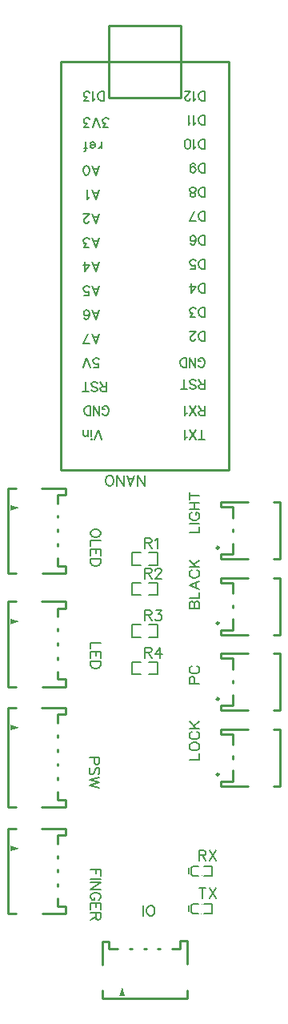
<source format=gto>
G04 Layer: TopSilkLayer*
G04 EasyEDA v6.4.25, 2021-11-07T18:49:49+08:00*
G04 d23bd0d7be1842068ba5471e3ed9ef93,bf42d0b733a240ea811a95ecb7acc88b,10*
G04 Gerber Generator version 0.2*
G04 Scale: 100 percent, Rotated: No, Reflected: No *
G04 Dimensions in millimeters *
G04 leading zeros omitted , absolute positions ,4 integer and 5 decimal *
%FSLAX45Y45*%
%MOMM*%

%ADD10C,0.2540*%
%ADD23C,0.1524*%
%ADD24C,0.0762*%
%ADD25C,0.2032*%

%LPD*%
D23*
X1733329Y1613913D02*
G01*
X1624109Y1613913D01*
X1733329Y1613913D02*
G01*
X1733329Y1546349D01*
X1681259Y1613913D02*
G01*
X1681259Y1572257D01*
X1733329Y1512059D02*
G01*
X1624109Y1512059D01*
X1733329Y1477769D02*
G01*
X1624109Y1477769D01*
X1733329Y1477769D02*
G01*
X1624109Y1405125D01*
X1733329Y1405125D02*
G01*
X1624109Y1405125D01*
X1707421Y1292857D02*
G01*
X1717835Y1297937D01*
X1728249Y1308351D01*
X1733329Y1318765D01*
X1733329Y1339593D01*
X1728249Y1350007D01*
X1717835Y1360421D01*
X1707421Y1365501D01*
X1691673Y1370835D01*
X1665765Y1370835D01*
X1650271Y1365501D01*
X1639857Y1360421D01*
X1629443Y1350007D01*
X1624109Y1339593D01*
X1624109Y1318765D01*
X1629443Y1308351D01*
X1639857Y1297937D01*
X1650271Y1292857D01*
X1665765Y1292857D01*
X1665765Y1318765D02*
G01*
X1665765Y1292857D01*
X1733329Y1258567D02*
G01*
X1624109Y1258567D01*
X1733329Y1258567D02*
G01*
X1733329Y1191003D01*
X1681259Y1258567D02*
G01*
X1681259Y1216911D01*
X1624109Y1258567D02*
G01*
X1624109Y1191003D01*
X1733329Y1156713D02*
G01*
X1624109Y1156713D01*
X1733329Y1156713D02*
G01*
X1733329Y1109977D01*
X1728249Y1094229D01*
X1722915Y1089149D01*
X1712501Y1084069D01*
X1702087Y1084069D01*
X1691673Y1089149D01*
X1686593Y1094229D01*
X1681259Y1109977D01*
X1681259Y1156713D01*
X1681259Y1120391D02*
G01*
X1624109Y1084069D01*
X1733374Y4013913D02*
G01*
X1624154Y4013913D01*
X1624154Y4013913D02*
G01*
X1624154Y3951429D01*
X1733374Y3917139D02*
G01*
X1624154Y3917139D01*
X1733374Y3917139D02*
G01*
X1733374Y3849829D01*
X1681304Y3917139D02*
G01*
X1681304Y3875737D01*
X1624154Y3917139D02*
G01*
X1624154Y3849829D01*
X1733374Y3815539D02*
G01*
X1624154Y3815539D01*
X1733374Y3815539D02*
G01*
X1733374Y3778963D01*
X1728040Y3763469D01*
X1717626Y3753055D01*
X1707466Y3747975D01*
X1691718Y3742641D01*
X1665810Y3742641D01*
X1650316Y3747975D01*
X1639902Y3753055D01*
X1629488Y3763469D01*
X1624154Y3778963D01*
X1624154Y3815539D01*
X1733270Y5182671D02*
G01*
X1728190Y5193085D01*
X1717776Y5203499D01*
X1707362Y5208579D01*
X1691868Y5213913D01*
X1665706Y5213913D01*
X1650212Y5208579D01*
X1639798Y5203499D01*
X1629384Y5193085D01*
X1624304Y5182671D01*
X1624304Y5161843D01*
X1629384Y5151429D01*
X1639798Y5141269D01*
X1650212Y5135935D01*
X1665706Y5130855D01*
X1691868Y5130855D01*
X1707362Y5135935D01*
X1717776Y5141269D01*
X1728190Y5151429D01*
X1733270Y5161843D01*
X1733270Y5182671D01*
X1733270Y5096565D02*
G01*
X1624304Y5096565D01*
X1624304Y5096565D02*
G01*
X1624304Y5034081D01*
X1733270Y4999791D02*
G01*
X1624304Y4999791D01*
X1733270Y4999791D02*
G01*
X1733270Y4932227D01*
X1681454Y4999791D02*
G01*
X1681454Y4958389D01*
X1624304Y4999791D02*
G01*
X1624304Y4932227D01*
X1733270Y4897937D02*
G01*
X1624304Y4897937D01*
X1733270Y4897937D02*
G01*
X1733270Y4861615D01*
X1728190Y4846121D01*
X1717776Y4835707D01*
X1707362Y4830373D01*
X1691868Y4825293D01*
X1665706Y4825293D01*
X1650212Y4830373D01*
X1639798Y4835707D01*
X1629384Y4846121D01*
X1624304Y4861615D01*
X1624304Y4897937D01*
X2186177Y1233423D02*
G01*
X2186177Y1124204D01*
X2251456Y1233423D02*
G01*
X2241295Y1228089D01*
X2230881Y1217676D01*
X2225547Y1207262D01*
X2220468Y1191768D01*
X2220468Y1165860D01*
X2225547Y1150112D01*
X2230881Y1139697D01*
X2241295Y1129537D01*
X2251456Y1124204D01*
X2272284Y1124204D01*
X2282697Y1129537D01*
X2293111Y1139697D01*
X2298445Y1150112D01*
X2303525Y1165860D01*
X2303525Y1191768D01*
X2298445Y1207262D01*
X2293111Y1217676D01*
X2282697Y1228089D01*
X2272284Y1233423D01*
X2251456Y1233423D01*
X1720522Y2801216D02*
G01*
X1611556Y2801216D01*
X1720522Y2801216D02*
G01*
X1720522Y2754480D01*
X1715442Y2738732D01*
X1710362Y2733652D01*
X1699948Y2728572D01*
X1684200Y2728572D01*
X1673786Y2733652D01*
X1668706Y2738732D01*
X1663372Y2754480D01*
X1663372Y2801216D01*
X1705028Y2621384D02*
G01*
X1715442Y2631798D01*
X1720522Y2647292D01*
X1720522Y2668120D01*
X1715442Y2683868D01*
X1705028Y2694282D01*
X1694614Y2694282D01*
X1684200Y2688948D01*
X1679120Y2683868D01*
X1673786Y2673454D01*
X1663372Y2642212D01*
X1658292Y2631798D01*
X1653212Y2626718D01*
X1642798Y2621384D01*
X1627050Y2621384D01*
X1616636Y2631798D01*
X1611556Y2647292D01*
X1611556Y2668120D01*
X1616636Y2683868D01*
X1627050Y2694282D01*
X1720522Y2587094D02*
G01*
X1611556Y2561186D01*
X1720522Y2535278D02*
G01*
X1611556Y2561186D01*
X1720522Y2535278D02*
G01*
X1611556Y2509116D01*
X1720522Y2483208D02*
G01*
X1611556Y2509116D01*
X2669905Y2779720D02*
G01*
X2778871Y2779720D01*
X2778871Y2779720D02*
G01*
X2778871Y2842204D01*
X2669905Y2907736D02*
G01*
X2674985Y2897322D01*
X2685399Y2886908D01*
X2695813Y2881574D01*
X2711307Y2876494D01*
X2737469Y2876494D01*
X2752963Y2881574D01*
X2763377Y2886908D01*
X2773791Y2897322D01*
X2778871Y2907736D01*
X2778871Y2928310D01*
X2773791Y2938724D01*
X2763377Y2949138D01*
X2752963Y2954472D01*
X2737469Y2959552D01*
X2711307Y2959552D01*
X2695813Y2954472D01*
X2685399Y2949138D01*
X2674985Y2938724D01*
X2669905Y2928310D01*
X2669905Y2907736D01*
X2695813Y3071820D02*
G01*
X2685399Y3066486D01*
X2674985Y3056326D01*
X2669905Y3045912D01*
X2669905Y3025084D01*
X2674985Y3014670D01*
X2685399Y3004256D01*
X2695813Y2999176D01*
X2711307Y2993842D01*
X2737469Y2993842D01*
X2752963Y2999176D01*
X2763377Y3004256D01*
X2773791Y3014670D01*
X2778871Y3025084D01*
X2778871Y3045912D01*
X2773791Y3056326D01*
X2763377Y3066486D01*
X2752963Y3071820D01*
X2669905Y3106110D02*
G01*
X2778871Y3106110D01*
X2669905Y3178754D02*
G01*
X2742549Y3106110D01*
X2716641Y3132018D02*
G01*
X2778871Y3178754D01*
X2669860Y5179720D02*
G01*
X2779080Y5179720D01*
X2779080Y5179720D02*
G01*
X2779080Y5242204D01*
X2669860Y5276494D02*
G01*
X2779080Y5276494D01*
X2695768Y5388762D02*
G01*
X2685354Y5383428D01*
X2674940Y5373014D01*
X2669860Y5362600D01*
X2669860Y5342026D01*
X2674940Y5331612D01*
X2685354Y5321198D01*
X2695768Y5315864D01*
X2711516Y5310784D01*
X2737424Y5310784D01*
X2752918Y5315864D01*
X2763332Y5321198D01*
X2773746Y5331612D01*
X2779080Y5342026D01*
X2779080Y5362600D01*
X2773746Y5373014D01*
X2763332Y5383428D01*
X2752918Y5388762D01*
X2737424Y5388762D01*
X2737424Y5362600D02*
G01*
X2737424Y5388762D01*
X2669860Y5423052D02*
G01*
X2779080Y5423052D01*
X2669860Y5495696D02*
G01*
X2779080Y5495696D01*
X2721930Y5423052D02*
G01*
X2721930Y5495696D01*
X2669860Y5566308D02*
G01*
X2779080Y5566308D01*
X2669860Y5529986D02*
G01*
X2669860Y5602630D01*
X2669959Y4379719D02*
G01*
X2778925Y4379719D01*
X2669959Y4379719D02*
G01*
X2669959Y4426455D01*
X2675039Y4442203D01*
X2680119Y4447283D01*
X2690533Y4452617D01*
X2700947Y4452617D01*
X2711361Y4447283D01*
X2716695Y4442203D01*
X2721775Y4426455D01*
X2721775Y4379719D02*
G01*
X2721775Y4426455D01*
X2727109Y4442203D01*
X2732189Y4447283D01*
X2742603Y4452617D01*
X2758097Y4452617D01*
X2768511Y4447283D01*
X2773845Y4442203D01*
X2778925Y4426455D01*
X2778925Y4379719D01*
X2669959Y4486907D02*
G01*
X2778925Y4486907D01*
X2778925Y4486907D02*
G01*
X2778925Y4549137D01*
X2669959Y4625083D02*
G01*
X2778925Y4583427D01*
X2669959Y4625083D02*
G01*
X2778925Y4666485D01*
X2742603Y4599175D02*
G01*
X2742603Y4650991D01*
X2695867Y4778753D02*
G01*
X2685453Y4773673D01*
X2675039Y4763259D01*
X2669959Y4752845D01*
X2669959Y4732017D01*
X2675039Y4721603D01*
X2685453Y4711189D01*
X2695867Y4706109D01*
X2711361Y4700775D01*
X2737269Y4700775D01*
X2753017Y4706109D01*
X2763431Y4711189D01*
X2773845Y4721603D01*
X2778925Y4732017D01*
X2778925Y4752845D01*
X2773845Y4763259D01*
X2763431Y4773673D01*
X2753017Y4778753D01*
X2669959Y4813043D02*
G01*
X2778925Y4813043D01*
X2669959Y4885941D02*
G01*
X2742603Y4813043D01*
X2716695Y4839205D02*
G01*
X2778925Y4885941D01*
X2669806Y3579721D02*
G01*
X2779026Y3579721D01*
X2669806Y3579721D02*
G01*
X2669806Y3626457D01*
X2675140Y3642205D01*
X2680220Y3647285D01*
X2690634Y3652619D01*
X2706128Y3652619D01*
X2716542Y3647285D01*
X2721876Y3642205D01*
X2726956Y3626457D01*
X2726956Y3579721D01*
X2695714Y3764887D02*
G01*
X2685554Y3759553D01*
X2675140Y3749139D01*
X2669806Y3738725D01*
X2669806Y3717897D01*
X2675140Y3707737D01*
X2685554Y3697323D01*
X2695714Y3691989D01*
X2711462Y3686909D01*
X2737370Y3686909D01*
X2752864Y3691989D01*
X2763278Y3697323D01*
X2773692Y3707737D01*
X2779026Y3717897D01*
X2779026Y3738725D01*
X2773692Y3749139D01*
X2763278Y3759553D01*
X2752864Y3764887D01*
X2774695Y1816862D02*
G01*
X2774695Y1707895D01*
X2774695Y1816862D02*
G01*
X2821431Y1816862D01*
X2836925Y1811781D01*
X2842259Y1806447D01*
X2847340Y1796034D01*
X2847340Y1785873D01*
X2842259Y1775460D01*
X2836925Y1770126D01*
X2821431Y1765045D01*
X2774695Y1765045D01*
X2811018Y1765045D02*
G01*
X2847340Y1707895D01*
X2881629Y1816862D02*
G01*
X2954274Y1707895D01*
X2954274Y1816862D02*
G01*
X2881629Y1707895D01*
X2811018Y1417065D02*
G01*
X2811018Y1307845D01*
X2774695Y1417065D02*
G01*
X2847340Y1417065D01*
X2881629Y1417065D02*
G01*
X2954274Y1307845D01*
X2954274Y1417065D02*
G01*
X2881629Y1307845D01*
X2200000Y5119115D02*
G01*
X2200000Y5010150D01*
X2200000Y5119115D02*
G01*
X2246736Y5119115D01*
X2262230Y5114036D01*
X2267564Y5108702D01*
X2272644Y5098287D01*
X2272644Y5087873D01*
X2267564Y5077460D01*
X2262230Y5072379D01*
X2246736Y5067300D01*
X2200000Y5067300D01*
X2236322Y5067300D02*
G01*
X2272644Y5010150D01*
X2306934Y5098287D02*
G01*
X2317348Y5103621D01*
X2333096Y5119115D01*
X2333096Y5010150D01*
X2200000Y4801615D02*
G01*
X2200000Y4692650D01*
X2200000Y4801615D02*
G01*
X2246736Y4801615D01*
X2262230Y4796536D01*
X2267564Y4791202D01*
X2272644Y4780787D01*
X2272644Y4770373D01*
X2267564Y4759960D01*
X2262230Y4754879D01*
X2246736Y4749800D01*
X2200000Y4749800D01*
X2236322Y4749800D02*
G01*
X2272644Y4692650D01*
X2312268Y4775707D02*
G01*
X2312268Y4780787D01*
X2317348Y4791202D01*
X2322682Y4796536D01*
X2333096Y4801615D01*
X2353670Y4801615D01*
X2364084Y4796536D01*
X2369418Y4791202D01*
X2374498Y4780787D01*
X2374498Y4770373D01*
X2369418Y4759960D01*
X2359004Y4744465D01*
X2306934Y4692650D01*
X2379832Y4692650D01*
X2200000Y4357115D02*
G01*
X2200000Y4248150D01*
X2200000Y4357115D02*
G01*
X2246736Y4357115D01*
X2262230Y4352036D01*
X2267564Y4346702D01*
X2272644Y4336287D01*
X2272644Y4325873D01*
X2267564Y4315460D01*
X2262230Y4310379D01*
X2246736Y4305300D01*
X2200000Y4305300D01*
X2236322Y4305300D02*
G01*
X2272644Y4248150D01*
X2317348Y4357115D02*
G01*
X2374498Y4357115D01*
X2343510Y4315460D01*
X2359004Y4315460D01*
X2369418Y4310379D01*
X2374498Y4305300D01*
X2379832Y4289552D01*
X2379832Y4279137D01*
X2374498Y4263644D01*
X2364084Y4253229D01*
X2348590Y4248150D01*
X2333096Y4248150D01*
X2317348Y4253229D01*
X2312268Y4258310D01*
X2306934Y4268723D01*
X2200000Y3963415D02*
G01*
X2200000Y3854450D01*
X2200000Y3963415D02*
G01*
X2246736Y3963415D01*
X2262230Y3958336D01*
X2267564Y3953002D01*
X2272644Y3942587D01*
X2272644Y3932173D01*
X2267564Y3921760D01*
X2262230Y3916679D01*
X2246736Y3911600D01*
X2200000Y3911600D01*
X2236322Y3911600D02*
G01*
X2272644Y3854450D01*
X2359004Y3963415D02*
G01*
X2306934Y3890771D01*
X2384912Y3890771D01*
X2359004Y3963415D02*
G01*
X2359004Y3854450D01*
X2200107Y5674898D02*
G01*
X2200107Y5783864D01*
X2200107Y5674898D02*
G01*
X2127209Y5783864D01*
X2127209Y5674898D02*
G01*
X2127209Y5783864D01*
X2051517Y5674898D02*
G01*
X2092919Y5783864D01*
X2051517Y5674898D02*
G01*
X2009861Y5783864D01*
X2077425Y5747542D02*
G01*
X2025355Y5747542D01*
X1975571Y5674898D02*
G01*
X1975571Y5783864D01*
X1975571Y5674898D02*
G01*
X1902927Y5783864D01*
X1902927Y5674898D02*
G01*
X1902927Y5783864D01*
X1837395Y5674898D02*
G01*
X1847809Y5679978D01*
X1858223Y5690392D01*
X1863303Y5700806D01*
X1868637Y5716300D01*
X1868637Y5742462D01*
X1863303Y5757956D01*
X1858223Y5768370D01*
X1847809Y5778784D01*
X1837395Y5783864D01*
X1816567Y5783864D01*
X1806153Y5778784D01*
X1795739Y5768370D01*
X1790659Y5757956D01*
X1785325Y5742462D01*
X1785325Y5716300D01*
X1790659Y5700806D01*
X1795739Y5690392D01*
X1806153Y5679978D01*
X1816567Y5674898D01*
X1837395Y5674898D01*
D25*
X2802742Y6166627D02*
G01*
X2802742Y6263655D01*
X2835000Y6166627D02*
G01*
X2770230Y6166627D01*
X2739750Y6166627D02*
G01*
X2675234Y6263655D01*
X2675234Y6166627D02*
G01*
X2739750Y6263655D01*
X2644754Y6185169D02*
G01*
X2635610Y6180343D01*
X2621640Y6166627D01*
X2621640Y6263655D01*
X1749658Y6443741D02*
G01*
X1754230Y6434343D01*
X1763628Y6425199D01*
X1772772Y6420627D01*
X1791314Y6420627D01*
X1800458Y6425199D01*
X1809856Y6434343D01*
X1814428Y6443741D01*
X1819000Y6457457D01*
X1819000Y6480571D01*
X1814428Y6494541D01*
X1809856Y6503685D01*
X1800458Y6512829D01*
X1791314Y6517655D01*
X1772772Y6517655D01*
X1763628Y6512829D01*
X1754230Y6503685D01*
X1749658Y6494541D01*
X1749658Y6480571D01*
X1772772Y6480571D02*
G01*
X1749658Y6480571D01*
X1719178Y6420627D02*
G01*
X1719178Y6517655D01*
X1719178Y6420627D02*
G01*
X1654662Y6517655D01*
X1654662Y6420627D02*
G01*
X1654662Y6517655D01*
X1624182Y6420627D02*
G01*
X1624182Y6517655D01*
X1624182Y6420627D02*
G01*
X1591670Y6420627D01*
X1577954Y6425199D01*
X1568810Y6434343D01*
X1563984Y6443741D01*
X1559412Y6457457D01*
X1559412Y6480571D01*
X1563984Y6494541D01*
X1568810Y6503685D01*
X1577954Y6512829D01*
X1591670Y6517655D01*
X1624182Y6517655D01*
X1662028Y6928627D02*
G01*
X1708256Y6928627D01*
X1712828Y6970029D01*
X1708256Y6965457D01*
X1694286Y6960885D01*
X1680570Y6960885D01*
X1666600Y6965457D01*
X1657456Y6974855D01*
X1652630Y6988571D01*
X1652630Y6997969D01*
X1657456Y7011685D01*
X1666600Y7020829D01*
X1680570Y7025655D01*
X1694286Y7025655D01*
X1708256Y7020829D01*
X1712828Y7016257D01*
X1717400Y7007113D01*
X1622150Y6928627D02*
G01*
X1585320Y7025655D01*
X1548490Y6928627D02*
G01*
X1585320Y7025655D01*
X2835000Y9748027D02*
G01*
X2835000Y9845055D01*
X2835000Y9748027D02*
G01*
X2802742Y9748027D01*
X2788772Y9752599D01*
X2779628Y9761743D01*
X2775056Y9771141D01*
X2770230Y9784857D01*
X2770230Y9807971D01*
X2775056Y9821941D01*
X2779628Y9831085D01*
X2788772Y9840229D01*
X2802742Y9845055D01*
X2835000Y9845055D01*
X2739750Y9766569D02*
G01*
X2730606Y9761743D01*
X2716890Y9748027D01*
X2716890Y9845055D01*
X2681584Y9771141D02*
G01*
X2681584Y9766569D01*
X2677012Y9757171D01*
X2672440Y9752599D01*
X2663296Y9748027D01*
X2644754Y9748027D01*
X2635610Y9752599D01*
X2630784Y9757171D01*
X2626212Y9766569D01*
X2626212Y9775713D01*
X2630784Y9784857D01*
X2640182Y9798827D01*
X2686410Y9845055D01*
X2621640Y9845055D01*
X1742800Y6166627D02*
G01*
X1705970Y6263655D01*
X1668886Y6166627D02*
G01*
X1705970Y6263655D01*
X1638406Y6166627D02*
G01*
X1633834Y6171199D01*
X1629262Y6166627D01*
X1633834Y6162055D01*
X1638406Y6166627D01*
X1633834Y6198885D02*
G01*
X1633834Y6263655D01*
X1598782Y6198885D02*
G01*
X1598782Y6263655D01*
X1598782Y6217427D02*
G01*
X1584812Y6203457D01*
X1575668Y6198885D01*
X1561698Y6198885D01*
X1552554Y6203457D01*
X1547982Y6217427D01*
X1547982Y6263655D01*
X1768200Y9748027D02*
G01*
X1768200Y9845055D01*
X1768200Y9748027D02*
G01*
X1735942Y9748027D01*
X1721972Y9752599D01*
X1712828Y9761743D01*
X1708256Y9771141D01*
X1703430Y9784857D01*
X1703430Y9807971D01*
X1708256Y9821941D01*
X1712828Y9831085D01*
X1721972Y9840229D01*
X1735942Y9845055D01*
X1768200Y9845055D01*
X1672950Y9766569D02*
G01*
X1663806Y9761743D01*
X1650090Y9748027D01*
X1650090Y9845055D01*
X1610212Y9748027D02*
G01*
X1559412Y9748027D01*
X1587098Y9784857D01*
X1573382Y9784857D01*
X1563984Y9789429D01*
X1559412Y9794255D01*
X1554840Y9807971D01*
X1554840Y9817369D01*
X1559412Y9831085D01*
X1568810Y9840229D01*
X1582526Y9845055D01*
X1596496Y9845055D01*
X1610212Y9840229D01*
X1614784Y9835657D01*
X1619610Y9826513D01*
X2765658Y6951741D02*
G01*
X2770230Y6942343D01*
X2779628Y6933199D01*
X2788772Y6928627D01*
X2807314Y6928627D01*
X2816458Y6933199D01*
X2825856Y6942343D01*
X2830428Y6951741D01*
X2835000Y6965457D01*
X2835000Y6988571D01*
X2830428Y7002541D01*
X2825856Y7011685D01*
X2816458Y7020829D01*
X2807314Y7025655D01*
X2788772Y7025655D01*
X2779628Y7020829D01*
X2770230Y7011685D01*
X2765658Y7002541D01*
X2765658Y6988571D01*
X2788772Y6988571D02*
G01*
X2765658Y6988571D01*
X2735178Y6928627D02*
G01*
X2735178Y7025655D01*
X2735178Y6928627D02*
G01*
X2670662Y7025655D01*
X2670662Y6928627D02*
G01*
X2670662Y7025655D01*
X2640182Y6928627D02*
G01*
X2640182Y7025655D01*
X2640182Y6928627D02*
G01*
X2607670Y6928627D01*
X2593954Y6933199D01*
X2584810Y6942343D01*
X2579984Y6951741D01*
X2575412Y6965457D01*
X2575412Y6988571D01*
X2579984Y7002541D01*
X2584810Y7011685D01*
X2593954Y7020829D01*
X2607670Y7025655D01*
X2640182Y7025655D01*
X2835000Y6420627D02*
G01*
X2835000Y6517655D01*
X2835000Y6420627D02*
G01*
X2793344Y6420627D01*
X2779628Y6425199D01*
X2775056Y6429771D01*
X2770230Y6439169D01*
X2770230Y6448313D01*
X2775056Y6457457D01*
X2779628Y6462029D01*
X2793344Y6466855D01*
X2835000Y6466855D01*
X2802742Y6466855D02*
G01*
X2770230Y6517655D01*
X2739750Y6420627D02*
G01*
X2675234Y6517655D01*
X2675234Y6420627D02*
G01*
X2739750Y6517655D01*
X2644754Y6439169D02*
G01*
X2635610Y6434343D01*
X2621640Y6420627D01*
X2621640Y6517655D01*
X2835000Y6700027D02*
G01*
X2835000Y6797055D01*
X2835000Y6700027D02*
G01*
X2793344Y6700027D01*
X2779628Y6704599D01*
X2775056Y6709171D01*
X2770230Y6718569D01*
X2770230Y6727713D01*
X2775056Y6736857D01*
X2779628Y6741429D01*
X2793344Y6746255D01*
X2835000Y6746255D01*
X2802742Y6746255D02*
G01*
X2770230Y6797055D01*
X2675234Y6713743D02*
G01*
X2684378Y6704599D01*
X2698348Y6700027D01*
X2716890Y6700027D01*
X2730606Y6704599D01*
X2739750Y6713743D01*
X2739750Y6723141D01*
X2735178Y6732285D01*
X2730606Y6736857D01*
X2721462Y6741429D01*
X2693776Y6750827D01*
X2684378Y6755399D01*
X2679806Y6759971D01*
X2675234Y6769369D01*
X2675234Y6783085D01*
X2684378Y6792229D01*
X2698348Y6797055D01*
X2716890Y6797055D01*
X2730606Y6792229D01*
X2739750Y6783085D01*
X2612496Y6700027D02*
G01*
X2612496Y6797055D01*
X2644754Y6700027D02*
G01*
X2579984Y6700027D01*
X2835000Y7208027D02*
G01*
X2835000Y7305055D01*
X2835000Y7208027D02*
G01*
X2802742Y7208027D01*
X2788772Y7212599D01*
X2779628Y7221743D01*
X2775056Y7231141D01*
X2770230Y7244857D01*
X2770230Y7267971D01*
X2775056Y7281941D01*
X2779628Y7291085D01*
X2788772Y7300229D01*
X2802742Y7305055D01*
X2835000Y7305055D01*
X2735178Y7231141D02*
G01*
X2735178Y7226569D01*
X2730606Y7217171D01*
X2726034Y7212599D01*
X2716890Y7208027D01*
X2698348Y7208027D01*
X2688950Y7212599D01*
X2684378Y7217171D01*
X2679806Y7226569D01*
X2679806Y7235713D01*
X2684378Y7244857D01*
X2693776Y7258827D01*
X2739750Y7305055D01*
X2675234Y7305055D01*
X2835000Y7462027D02*
G01*
X2835000Y7559055D01*
X2835000Y7462027D02*
G01*
X2802742Y7462027D01*
X2788772Y7466599D01*
X2779628Y7475743D01*
X2775056Y7485141D01*
X2770230Y7498857D01*
X2770230Y7521971D01*
X2775056Y7535941D01*
X2779628Y7545085D01*
X2788772Y7554229D01*
X2802742Y7559055D01*
X2835000Y7559055D01*
X2730606Y7462027D02*
G01*
X2679806Y7462027D01*
X2707492Y7498857D01*
X2693776Y7498857D01*
X2684378Y7503429D01*
X2679806Y7508255D01*
X2675234Y7521971D01*
X2675234Y7531369D01*
X2679806Y7545085D01*
X2688950Y7554229D01*
X2702920Y7559055D01*
X2716890Y7559055D01*
X2730606Y7554229D01*
X2735178Y7549657D01*
X2739750Y7540513D01*
X2835000Y7716027D02*
G01*
X2835000Y7813055D01*
X2835000Y7716027D02*
G01*
X2802742Y7716027D01*
X2788772Y7720599D01*
X2779628Y7729743D01*
X2775056Y7739141D01*
X2770230Y7752857D01*
X2770230Y7775971D01*
X2775056Y7789941D01*
X2779628Y7799085D01*
X2788772Y7808229D01*
X2802742Y7813055D01*
X2835000Y7813055D01*
X2693776Y7716027D02*
G01*
X2739750Y7780543D01*
X2670662Y7780543D01*
X2693776Y7716027D02*
G01*
X2693776Y7813055D01*
X2835000Y7970027D02*
G01*
X2835000Y8067055D01*
X2835000Y7970027D02*
G01*
X2802742Y7970027D01*
X2788772Y7974599D01*
X2779628Y7983743D01*
X2775056Y7993141D01*
X2770230Y8006857D01*
X2770230Y8029971D01*
X2775056Y8043941D01*
X2779628Y8053085D01*
X2788772Y8062229D01*
X2802742Y8067055D01*
X2835000Y8067055D01*
X2684378Y7970027D02*
G01*
X2730606Y7970027D01*
X2735178Y8011429D01*
X2730606Y8006857D01*
X2716890Y8002285D01*
X2702920Y8002285D01*
X2688950Y8006857D01*
X2679806Y8016255D01*
X2675234Y8029971D01*
X2675234Y8039369D01*
X2679806Y8053085D01*
X2688950Y8062229D01*
X2702920Y8067055D01*
X2716890Y8067055D01*
X2730606Y8062229D01*
X2735178Y8057657D01*
X2739750Y8048513D01*
X2835000Y8224027D02*
G01*
X2835000Y8321055D01*
X2835000Y8224027D02*
G01*
X2802742Y8224027D01*
X2788772Y8228599D01*
X2779628Y8237743D01*
X2775056Y8247141D01*
X2770230Y8260857D01*
X2770230Y8283971D01*
X2775056Y8297941D01*
X2779628Y8307085D01*
X2788772Y8316229D01*
X2802742Y8321055D01*
X2835000Y8321055D01*
X2684378Y8237743D02*
G01*
X2688950Y8228599D01*
X2702920Y8224027D01*
X2712064Y8224027D01*
X2726034Y8228599D01*
X2735178Y8242569D01*
X2739750Y8265429D01*
X2739750Y8288543D01*
X2735178Y8307085D01*
X2726034Y8316229D01*
X2712064Y8321055D01*
X2707492Y8321055D01*
X2693776Y8316229D01*
X2684378Y8307085D01*
X2679806Y8293369D01*
X2679806Y8288543D01*
X2684378Y8274827D01*
X2693776Y8265429D01*
X2707492Y8260857D01*
X2712064Y8260857D01*
X2726034Y8265429D01*
X2735178Y8274827D01*
X2739750Y8288543D01*
X2835000Y8478027D02*
G01*
X2835000Y8575055D01*
X2835000Y8478027D02*
G01*
X2802742Y8478027D01*
X2788772Y8482599D01*
X2779628Y8491743D01*
X2775056Y8501141D01*
X2770230Y8514857D01*
X2770230Y8537971D01*
X2775056Y8551941D01*
X2779628Y8561085D01*
X2788772Y8570229D01*
X2802742Y8575055D01*
X2835000Y8575055D01*
X2675234Y8478027D02*
G01*
X2721462Y8575055D01*
X2739750Y8478027D02*
G01*
X2675234Y8478027D01*
X2835000Y8732027D02*
G01*
X2835000Y8829055D01*
X2835000Y8732027D02*
G01*
X2802742Y8732027D01*
X2788772Y8736599D01*
X2779628Y8745743D01*
X2775056Y8755141D01*
X2770230Y8768857D01*
X2770230Y8791971D01*
X2775056Y8805941D01*
X2779628Y8815085D01*
X2788772Y8824229D01*
X2802742Y8829055D01*
X2835000Y8829055D01*
X2716890Y8732027D02*
G01*
X2730606Y8736599D01*
X2735178Y8745743D01*
X2735178Y8755141D01*
X2730606Y8764285D01*
X2721462Y8768857D01*
X2702920Y8773429D01*
X2688950Y8778255D01*
X2679806Y8787399D01*
X2675234Y8796543D01*
X2675234Y8810513D01*
X2679806Y8819657D01*
X2684378Y8824229D01*
X2698348Y8829055D01*
X2716890Y8829055D01*
X2730606Y8824229D01*
X2735178Y8819657D01*
X2739750Y8810513D01*
X2739750Y8796543D01*
X2735178Y8787399D01*
X2726034Y8778255D01*
X2712064Y8773429D01*
X2693776Y8768857D01*
X2684378Y8764285D01*
X2679806Y8755141D01*
X2679806Y8745743D01*
X2684378Y8736599D01*
X2698348Y8732027D01*
X2716890Y8732027D01*
X2835000Y8986027D02*
G01*
X2835000Y9083055D01*
X2835000Y8986027D02*
G01*
X2802742Y8986027D01*
X2788772Y8990599D01*
X2779628Y8999743D01*
X2775056Y9009141D01*
X2770230Y9022857D01*
X2770230Y9045971D01*
X2775056Y9059941D01*
X2779628Y9069085D01*
X2788772Y9078229D01*
X2802742Y9083055D01*
X2835000Y9083055D01*
X2679806Y9018285D02*
G01*
X2684378Y9032255D01*
X2693776Y9041399D01*
X2707492Y9045971D01*
X2712064Y9045971D01*
X2726034Y9041399D01*
X2735178Y9032255D01*
X2739750Y9018285D01*
X2739750Y9013713D01*
X2735178Y8999743D01*
X2726034Y8990599D01*
X2712064Y8986027D01*
X2707492Y8986027D01*
X2693776Y8990599D01*
X2684378Y8999743D01*
X2679806Y9018285D01*
X2679806Y9041399D01*
X2684378Y9064513D01*
X2693776Y9078229D01*
X2707492Y9083055D01*
X2716890Y9083055D01*
X2730606Y9078229D01*
X2735178Y9069085D01*
X2835000Y9240027D02*
G01*
X2835000Y9337055D01*
X2835000Y9240027D02*
G01*
X2802742Y9240027D01*
X2788772Y9244599D01*
X2779628Y9253743D01*
X2775056Y9263141D01*
X2770230Y9276857D01*
X2770230Y9299971D01*
X2775056Y9313941D01*
X2779628Y9323085D01*
X2788772Y9332229D01*
X2802742Y9337055D01*
X2835000Y9337055D01*
X2739750Y9258569D02*
G01*
X2730606Y9253743D01*
X2716890Y9240027D01*
X2716890Y9337055D01*
X2658470Y9240027D02*
G01*
X2672440Y9244599D01*
X2681584Y9258569D01*
X2686410Y9281429D01*
X2686410Y9295399D01*
X2681584Y9318513D01*
X2672440Y9332229D01*
X2658470Y9337055D01*
X2649326Y9337055D01*
X2635610Y9332229D01*
X2626212Y9318513D01*
X2621640Y9295399D01*
X2621640Y9281429D01*
X2626212Y9258569D01*
X2635610Y9244599D01*
X2649326Y9240027D01*
X2658470Y9240027D01*
X2835000Y9494027D02*
G01*
X2835000Y9591055D01*
X2835000Y9494027D02*
G01*
X2802742Y9494027D01*
X2788772Y9498599D01*
X2779628Y9507743D01*
X2775056Y9517141D01*
X2770230Y9530857D01*
X2770230Y9553971D01*
X2775056Y9567941D01*
X2779628Y9577085D01*
X2788772Y9586229D01*
X2802742Y9591055D01*
X2835000Y9591055D01*
X2739750Y9512569D02*
G01*
X2730606Y9507743D01*
X2716890Y9494027D01*
X2716890Y9591055D01*
X2686410Y9512569D02*
G01*
X2677012Y9507743D01*
X2663296Y9494027D01*
X2663296Y9591055D01*
X1809856Y9468627D02*
G01*
X1759056Y9468627D01*
X1786742Y9505457D01*
X1772772Y9505457D01*
X1763628Y9510029D01*
X1759056Y9514855D01*
X1754230Y9528571D01*
X1754230Y9537969D01*
X1759056Y9551685D01*
X1768200Y9560829D01*
X1782170Y9565655D01*
X1795886Y9565655D01*
X1809856Y9560829D01*
X1814428Y9556257D01*
X1819000Y9547113D01*
X1723750Y9468627D02*
G01*
X1686920Y9565655D01*
X1650090Y9468627D02*
G01*
X1686920Y9565655D01*
X1610212Y9468627D02*
G01*
X1559412Y9468627D01*
X1587098Y9505457D01*
X1573382Y9505457D01*
X1563984Y9510029D01*
X1559412Y9514855D01*
X1554840Y9528571D01*
X1554840Y9537969D01*
X1559412Y9551685D01*
X1568810Y9560829D01*
X1582526Y9565655D01*
X1596496Y9565655D01*
X1610212Y9560829D01*
X1614784Y9556257D01*
X1619610Y9547113D01*
X1742800Y9246885D02*
G01*
X1742800Y9311655D01*
X1742800Y9274571D02*
G01*
X1738228Y9260855D01*
X1728830Y9251457D01*
X1719686Y9246885D01*
X1705970Y9246885D01*
X1675490Y9274571D02*
G01*
X1619864Y9274571D01*
X1619864Y9265427D01*
X1624690Y9256029D01*
X1629262Y9251457D01*
X1638406Y9246885D01*
X1652376Y9246885D01*
X1661520Y9251457D01*
X1670664Y9260855D01*
X1675490Y9274571D01*
X1675490Y9283969D01*
X1670664Y9297685D01*
X1661520Y9306829D01*
X1652376Y9311655D01*
X1638406Y9311655D01*
X1629262Y9306829D01*
X1619864Y9297685D01*
X1552554Y9214627D02*
G01*
X1561698Y9214627D01*
X1571096Y9219199D01*
X1575668Y9233169D01*
X1575668Y9311655D01*
X1589384Y9246885D02*
G01*
X1557126Y9246885D01*
X1680570Y8960627D02*
G01*
X1717400Y9057655D01*
X1680570Y8960627D02*
G01*
X1643486Y9057655D01*
X1703430Y9025143D02*
G01*
X1657456Y9025143D01*
X1585320Y8960627D02*
G01*
X1599290Y8965199D01*
X1608434Y8979169D01*
X1613006Y9002029D01*
X1613006Y9015999D01*
X1608434Y9039113D01*
X1599290Y9052829D01*
X1585320Y9057655D01*
X1576176Y9057655D01*
X1562206Y9052829D01*
X1553062Y9039113D01*
X1548490Y9015999D01*
X1548490Y9002029D01*
X1553062Y8979169D01*
X1562206Y8965199D01*
X1576176Y8960627D01*
X1585320Y8960627D01*
X1680570Y8706627D02*
G01*
X1717400Y8803655D01*
X1680570Y8706627D02*
G01*
X1643486Y8803655D01*
X1703430Y8771143D02*
G01*
X1657456Y8771143D01*
X1613006Y8725169D02*
G01*
X1603862Y8720343D01*
X1589892Y8706627D01*
X1589892Y8803655D01*
X1680570Y8452627D02*
G01*
X1717400Y8549655D01*
X1680570Y8452627D02*
G01*
X1643486Y8549655D01*
X1703430Y8517143D02*
G01*
X1657456Y8517143D01*
X1608434Y8475741D02*
G01*
X1608434Y8471169D01*
X1603862Y8461771D01*
X1599290Y8457199D01*
X1589892Y8452627D01*
X1571350Y8452627D01*
X1562206Y8457199D01*
X1557634Y8461771D01*
X1553062Y8471169D01*
X1553062Y8480313D01*
X1557634Y8489457D01*
X1566778Y8503427D01*
X1613006Y8549655D01*
X1548490Y8549655D01*
X1680570Y8198627D02*
G01*
X1717400Y8295655D01*
X1680570Y8198627D02*
G01*
X1643486Y8295655D01*
X1703430Y8263143D02*
G01*
X1657456Y8263143D01*
X1603862Y8198627D02*
G01*
X1553062Y8198627D01*
X1580748Y8235457D01*
X1566778Y8235457D01*
X1557634Y8240029D01*
X1553062Y8244855D01*
X1548490Y8258571D01*
X1548490Y8267969D01*
X1553062Y8281685D01*
X1562206Y8290829D01*
X1576176Y8295655D01*
X1589892Y8295655D01*
X1603862Y8290829D01*
X1608434Y8286257D01*
X1613006Y8277113D01*
X1680570Y7944627D02*
G01*
X1717400Y8041655D01*
X1680570Y7944627D02*
G01*
X1643486Y8041655D01*
X1703430Y8009143D02*
G01*
X1657456Y8009143D01*
X1566778Y7944627D02*
G01*
X1613006Y8009143D01*
X1543664Y8009143D01*
X1566778Y7944627D02*
G01*
X1566778Y8041655D01*
X1680570Y7690627D02*
G01*
X1717400Y7787655D01*
X1680570Y7690627D02*
G01*
X1643486Y7787655D01*
X1703430Y7755143D02*
G01*
X1657456Y7755143D01*
X1557634Y7690627D02*
G01*
X1603862Y7690627D01*
X1608434Y7732029D01*
X1603862Y7727457D01*
X1589892Y7722885D01*
X1576176Y7722885D01*
X1562206Y7727457D01*
X1553062Y7736855D01*
X1548490Y7750571D01*
X1548490Y7759969D01*
X1553062Y7773685D01*
X1562206Y7782829D01*
X1576176Y7787655D01*
X1589892Y7787655D01*
X1603862Y7782829D01*
X1608434Y7778257D01*
X1613006Y7769113D01*
X1680570Y7436627D02*
G01*
X1717400Y7533655D01*
X1680570Y7436627D02*
G01*
X1643486Y7533655D01*
X1703430Y7501143D02*
G01*
X1657456Y7501143D01*
X1557634Y7450343D02*
G01*
X1562206Y7441199D01*
X1576176Y7436627D01*
X1585320Y7436627D01*
X1599290Y7441199D01*
X1608434Y7455169D01*
X1613006Y7478029D01*
X1613006Y7501143D01*
X1608434Y7519685D01*
X1599290Y7528829D01*
X1585320Y7533655D01*
X1580748Y7533655D01*
X1566778Y7528829D01*
X1557634Y7519685D01*
X1553062Y7505969D01*
X1553062Y7501143D01*
X1557634Y7487427D01*
X1566778Y7478029D01*
X1580748Y7473457D01*
X1585320Y7473457D01*
X1599290Y7478029D01*
X1608434Y7487427D01*
X1613006Y7501143D01*
X1680570Y7182627D02*
G01*
X1717400Y7279655D01*
X1680570Y7182627D02*
G01*
X1643486Y7279655D01*
X1703430Y7247143D02*
G01*
X1657456Y7247143D01*
X1548490Y7182627D02*
G01*
X1594464Y7279655D01*
X1613006Y7182627D02*
G01*
X1548490Y7182627D01*
X1793600Y6674627D02*
G01*
X1793600Y6771655D01*
X1793600Y6674627D02*
G01*
X1751944Y6674627D01*
X1738228Y6679199D01*
X1733656Y6683771D01*
X1728830Y6693169D01*
X1728830Y6702313D01*
X1733656Y6711457D01*
X1738228Y6716029D01*
X1751944Y6720855D01*
X1793600Y6720855D01*
X1761342Y6720855D02*
G01*
X1728830Y6771655D01*
X1633834Y6688343D02*
G01*
X1642978Y6679199D01*
X1656948Y6674627D01*
X1675490Y6674627D01*
X1689206Y6679199D01*
X1698350Y6688343D01*
X1698350Y6697741D01*
X1693778Y6706885D01*
X1689206Y6711457D01*
X1680062Y6716029D01*
X1652376Y6725427D01*
X1642978Y6729999D01*
X1638406Y6734571D01*
X1633834Y6743969D01*
X1633834Y6757685D01*
X1642978Y6766829D01*
X1656948Y6771655D01*
X1675490Y6771655D01*
X1689206Y6766829D01*
X1698350Y6757685D01*
X1571096Y6674627D02*
G01*
X1571096Y6771655D01*
X1603354Y6674627D02*
G01*
X1538584Y6674627D01*
G36*
X779983Y1869998D02*
G01*
X779983Y1810004D01*
X870000Y1839975D01*
G37*
G36*
X779983Y4269994D02*
G01*
X779983Y4209999D01*
X870000Y4239971D01*
G37*
G36*
X779983Y5469991D02*
G01*
X779983Y5409996D01*
X870000Y5439968D01*
G37*
G36*
X1960016Y369976D02*
G01*
X1929993Y280009D01*
X1990039Y280009D01*
G37*
G36*
X779983Y3144977D02*
G01*
X779983Y3084982D01*
X870000Y3115005D01*
G37*
G36*
X2661005Y1634642D02*
G01*
X2661005Y1565402D01*
X2676245Y1565402D01*
X2676245Y1634642D01*
G37*
G36*
X2661005Y1234643D02*
G01*
X2661005Y1165402D01*
X2676245Y1165402D01*
X2676245Y1234643D01*
G37*
D10*
X1277495Y1462432D02*
G01*
X1277495Y1437553D01*
X1359997Y1148999D02*
G01*
X1359997Y1228994D01*
X1280002Y1228994D01*
X1280002Y1311440D01*
X1113116Y1148999D02*
G01*
X1359997Y1148999D01*
X754999Y1148999D02*
G01*
X836884Y1148999D01*
X752495Y2049990D02*
G01*
X752495Y1150000D01*
X1277495Y1887552D02*
G01*
X1277495Y1979993D01*
X1277495Y1737553D02*
G01*
X1277495Y1762432D01*
X1277495Y1587553D02*
G01*
X1277495Y1612432D01*
X1357495Y2049990D02*
G01*
X1357495Y1979993D01*
X1277495Y1979993D01*
X1110609Y2049990D02*
G01*
X1357495Y2049990D01*
X752495Y2049990D02*
G01*
X834379Y2049990D01*
X1277495Y3862433D02*
G01*
X1277495Y3837553D01*
X1359997Y3548999D02*
G01*
X1359997Y3628994D01*
X1280002Y3628994D01*
X1280002Y3711440D01*
X1113116Y3548999D02*
G01*
X1359997Y3548999D01*
X754999Y3548999D02*
G01*
X836884Y3548999D01*
X752495Y4449991D02*
G01*
X752495Y3550000D01*
X1277495Y4287553D02*
G01*
X1277495Y4379993D01*
X1277495Y4137553D02*
G01*
X1277495Y4162432D01*
X1277495Y3987553D02*
G01*
X1277495Y4012432D01*
X1357495Y4449991D02*
G01*
X1357495Y4379993D01*
X1277495Y4379993D01*
X1110609Y4449991D02*
G01*
X1357495Y4449991D01*
X752495Y4449991D02*
G01*
X834379Y4449991D01*
X1277495Y5062433D02*
G01*
X1277495Y5037554D01*
X1359997Y4748999D02*
G01*
X1359997Y4828994D01*
X1280002Y4828994D01*
X1280002Y4911440D01*
X1113116Y4748999D02*
G01*
X1359997Y4748999D01*
X754999Y4748999D02*
G01*
X836884Y4748999D01*
X752495Y5649991D02*
G01*
X752495Y4750000D01*
X1277495Y5487553D02*
G01*
X1277495Y5579993D01*
X1277495Y5337553D02*
G01*
X1277495Y5362432D01*
X1277495Y5187553D02*
G01*
X1277495Y5212433D01*
X1357495Y5649991D02*
G01*
X1357495Y5579993D01*
X1277495Y5579993D01*
X1110609Y5649991D02*
G01*
X1357495Y5649991D01*
X752495Y5649991D02*
G01*
X834379Y5649991D01*
X2337567Y777494D02*
G01*
X2362446Y777494D01*
X2651000Y859995D02*
G01*
X2571005Y859995D01*
X2571005Y780000D01*
X2488559Y780000D01*
X2651000Y613115D02*
G01*
X2651000Y859995D01*
X2651000Y254998D02*
G01*
X2651000Y336882D01*
X1750009Y252493D02*
G01*
X2649999Y252493D01*
X1912447Y777494D02*
G01*
X1820006Y777494D01*
X2062446Y777494D02*
G01*
X2037567Y777494D01*
X2212446Y777494D02*
G01*
X2187567Y777494D01*
X1750009Y857493D02*
G01*
X1820006Y857493D01*
X1820006Y777494D01*
X1750009Y610608D02*
G01*
X1750009Y857493D01*
X1750009Y252493D02*
G01*
X1750009Y334378D01*
X752495Y3324999D02*
G01*
X752495Y2274999D01*
X1357495Y2274999D02*
G01*
X1357495Y2354996D01*
X1277495Y2354996D01*
X1277495Y2437437D01*
X1110609Y2274999D02*
G01*
X1357495Y2274999D01*
X752495Y2274999D02*
G01*
X834379Y2274999D01*
X1277495Y3162561D02*
G01*
X1277495Y3255002D01*
X1277495Y3012561D02*
G01*
X1277495Y3037441D01*
X1277495Y2862562D02*
G01*
X1277495Y2887441D01*
X1277495Y2712562D02*
G01*
X1277495Y2737441D01*
X1277495Y2562560D02*
G01*
X1277495Y2587442D01*
X1357495Y3324999D02*
G01*
X1357495Y3255002D01*
X1277495Y3255002D01*
X1110609Y3324999D02*
G01*
X1357495Y3324999D01*
X752495Y3324999D02*
G01*
X834379Y3324999D01*
X3127471Y2664172D02*
G01*
X3127471Y2549997D01*
X3005472Y2549997D01*
X3005472Y2501999D01*
X3127471Y2814172D02*
G01*
X3127471Y2785838D01*
X3289355Y3099996D02*
G01*
X3007471Y3099996D01*
X3007471Y3050997D01*
X3127471Y3050997D01*
X3127471Y2935838D01*
X3565583Y2498999D02*
G01*
X3627470Y2498999D01*
X3627470Y3099996D01*
X3565583Y3099996D01*
X3007471Y2498999D02*
G01*
X3289355Y2498999D01*
X3127471Y5064173D02*
G01*
X3127471Y4949997D01*
X3005472Y4949997D01*
X3005472Y4901999D01*
X3127471Y5214172D02*
G01*
X3127471Y5185839D01*
X3289355Y5499996D02*
G01*
X3007471Y5499996D01*
X3007471Y5450997D01*
X3127471Y5450997D01*
X3127471Y5335838D01*
X3565583Y4898999D02*
G01*
X3627470Y4898999D01*
X3627470Y5499996D01*
X3565583Y5499996D01*
X3007471Y4898999D02*
G01*
X3289355Y4898999D01*
X3127471Y4264172D02*
G01*
X3127471Y4149996D01*
X3005472Y4149996D01*
X3005472Y4101998D01*
X3127471Y4414172D02*
G01*
X3127471Y4385838D01*
X3289355Y4699995D02*
G01*
X3007471Y4699995D01*
X3007471Y4650996D01*
X3127471Y4650996D01*
X3127471Y4535838D01*
X3565583Y4098998D02*
G01*
X3627470Y4098998D01*
X3627470Y4699995D01*
X3565583Y4699995D01*
X3007471Y4098998D02*
G01*
X3289355Y4098998D01*
X3127471Y3464173D02*
G01*
X3127471Y3349998D01*
X3005472Y3349998D01*
X3005472Y3302000D01*
X3127471Y3614173D02*
G01*
X3127471Y3585839D01*
X3289355Y3899997D02*
G01*
X3007471Y3899997D01*
X3007471Y3850998D01*
X3127471Y3850998D01*
X3127471Y3735839D01*
X3565583Y3299000D02*
G01*
X3627470Y3299000D01*
X3627470Y3899997D01*
X3565583Y3899997D01*
X3007471Y3299000D02*
G01*
X3289355Y3299000D01*
D23*
X2829618Y1550139D02*
G01*
X2908508Y1550139D01*
X2908508Y1649859D01*
X2829618Y1649859D01*
X2770380Y1550139D02*
G01*
X2706730Y1550139D01*
X2691490Y1565379D01*
X2691490Y1634619D01*
X2706730Y1649859D01*
X2770380Y1649859D01*
X2829618Y1150139D02*
G01*
X2908508Y1150139D01*
X2908508Y1249860D01*
X2829618Y1249860D01*
X2770380Y1150139D02*
G01*
X2706730Y1150139D01*
X2691490Y1165379D01*
X2691490Y1234620D01*
X2706730Y1249860D01*
X2770380Y1249860D01*
X2242621Y4836139D02*
G01*
X2338509Y4836139D01*
X2338509Y4968260D01*
X2242621Y4968260D01*
X2157379Y4836139D02*
G01*
X2061491Y4836139D01*
X2061491Y4968260D01*
X2157379Y4968260D01*
X2242621Y4518639D02*
G01*
X2338509Y4518639D01*
X2338509Y4650760D01*
X2242621Y4650760D01*
X2157379Y4518639D02*
G01*
X2061491Y4518639D01*
X2061491Y4650760D01*
X2157379Y4650760D01*
X2242621Y4074139D02*
G01*
X2338509Y4074139D01*
X2338509Y4206260D01*
X2242621Y4206260D01*
X2157379Y4074139D02*
G01*
X2061491Y4074139D01*
X2061491Y4206260D01*
X2157379Y4206260D01*
X2242621Y3680439D02*
G01*
X2338509Y3680439D01*
X2338509Y3812560D01*
X2242621Y3812560D01*
X2157379Y3680439D02*
G01*
X2061491Y3680439D01*
X2061491Y3812560D01*
X2157379Y3812560D01*
D10*
X3089000Y10158999D02*
G01*
X1311000Y10158999D01*
X1311000Y10158999D02*
G01*
X1311000Y5840999D01*
X1311000Y5840999D02*
G01*
X3089000Y5840999D01*
X3089000Y5840999D02*
G01*
X3089000Y10158999D01*
X2581000Y9777999D02*
G01*
X2581000Y10539999D01*
X1819000Y10539999D01*
X1819000Y9777999D01*
X2581000Y9777999D01*
G75*
G01
X2983636Y2619985D02*
G03X2983636Y2619985I-12700J0D01*
G75*
G01
X2983636Y5019980D02*
G03X2983636Y5019980I-12700J0D01*
G75*
G01
X2983636Y4219981D02*
G03X2983636Y4219981I-12700J0D01*
G75*
G01
X2983636Y3419983D02*
G03X2983636Y3419983I-12700J0D01*
D24*
G75*
G01
X2803804Y1550137D02*
G03X2803804Y1550137I-3810J0D01*
G75*
G01
X2803804Y1649857D02*
G03X2803804Y1649857I-3810J0D01*
G75*
G01
X2803804Y1150137D02*
G03X2803804Y1150137I-3810J0D01*
G75*
G01
X2803804Y1249858D02*
G03X2803804Y1249858I-3810J0D01*
M02*

</source>
